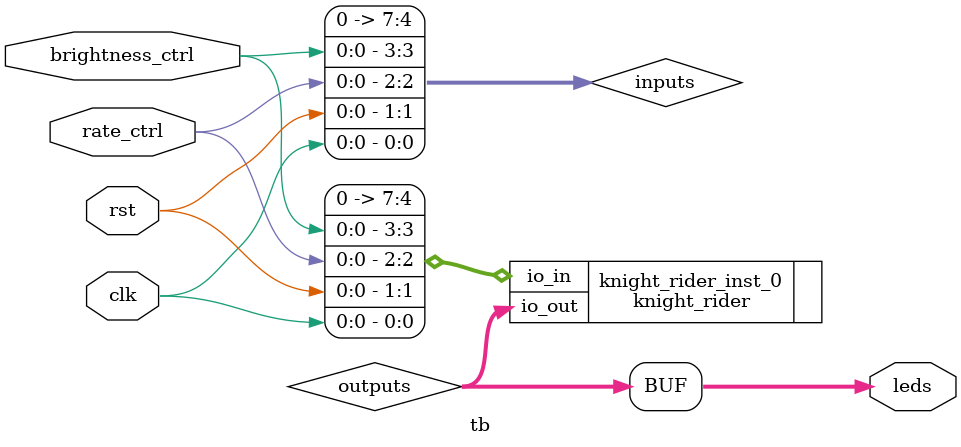
<source format=v>
`default_nettype none
`timescale 1ns/1ps

/*
this testbench just instantiates the module and makes some convenient wires
that can be driven / tested by the cocotb test.py
*/

module tb (
    // testbench is controlled by test.py
    input        clk,
    input        rst,
    input        rate_ctrl,
    input        brightness_ctrl,
    output [7:0] leds
   );

    // this part dumps the trace to a vcd file that can be viewed with GTKWave
    initial begin
        $dumpfile ("tb.vcd");
        $dumpvars (0, tb);
        #1;
    end

    // wire up the inputs and outputs
    wire [7:0] inputs = {4'b0, brightness_ctrl, rate_ctrl, rst, clk};
    wire [7:0] outputs;

    assign leds = outputs;

    // instantiate the DUT
    knight_rider # (
        .OUT_WIDTH(8)
    )
    knight_rider_inst_0
    (
        .io_in  (inputs),
        .io_out (outputs)
    );

endmodule

</source>
